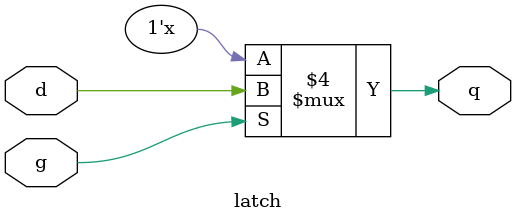
<source format=v>


`timescale 1ns/10ps

module latch (
    q,
    d,
    g
);


output q;
reg q;
input d;
input g;




always @(g, d) begin: LATCH_LOGIC
    if ((g == 1)) begin
        q = d;
    end
end

endmodule

</source>
